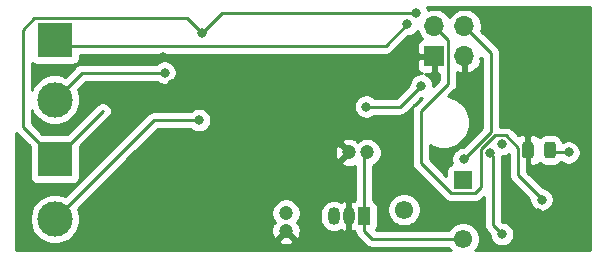
<source format=gbr>
%TF.GenerationSoftware,KiCad,Pcbnew,(5.1.6)-1*%
%TF.CreationDate,2021-01-10T15:05:26+01:00*%
%TF.ProjectId,trainCatcher,74726169-6e43-4617-9463-6865722e6b69,rev?*%
%TF.SameCoordinates,Original*%
%TF.FileFunction,Copper,L2,Bot*%
%TF.FilePolarity,Positive*%
%FSLAX46Y46*%
G04 Gerber Fmt 4.6, Leading zero omitted, Abs format (unit mm)*
G04 Created by KiCad (PCBNEW (5.1.6)-1) date 2021-01-10 15:05:26*
%MOMM*%
%LPD*%
G01*
G04 APERTURE LIST*
%TA.AperFunction,ComponentPad*%
%ADD10O,1.700000X1.700000*%
%TD*%
%TA.AperFunction,ComponentPad*%
%ADD11R,1.700000X1.700000*%
%TD*%
%TA.AperFunction,ComponentPad*%
%ADD12C,1.550000*%
%TD*%
%TA.AperFunction,ComponentPad*%
%ADD13R,1.550000X1.550000*%
%TD*%
%TA.AperFunction,ComponentPad*%
%ADD14C,1.200000*%
%TD*%
%TA.AperFunction,ComponentPad*%
%ADD15R,1.050000X1.500000*%
%TD*%
%TA.AperFunction,ComponentPad*%
%ADD16O,1.050000X1.500000*%
%TD*%
%TA.AperFunction,ComponentPad*%
%ADD17R,3.000000X3.000000*%
%TD*%
%TA.AperFunction,ComponentPad*%
%ADD18C,3.000000*%
%TD*%
%TA.AperFunction,ViaPad*%
%ADD19C,0.800000*%
%TD*%
%TA.AperFunction,Conductor*%
%ADD20C,0.250000*%
%TD*%
%TA.AperFunction,Conductor*%
%ADD21C,0.254000*%
%TD*%
G04 APERTURE END LIST*
D10*
%TO.P,J3,4*%
%TO.N,Net-(J3-Pad4)*%
X146685000Y-151320500D03*
%TO.P,J3,3*%
%TO.N,GND*%
X146685000Y-153860500D03*
%TO.P,J3,2*%
%TO.N,Net-(J3-Pad2)*%
X144145000Y-151320500D03*
D11*
%TO.P,J3,1*%
%TO.N,GND*%
X144145000Y-153860500D03*
%TD*%
D12*
%TO.P,RV1,2*%
%TO.N,Net-(RV1-Pad2)*%
X141558000Y-166838000D03*
D13*
%TO.P,RV1,1*%
%TO.N,GND*%
X146558000Y-164338000D03*
D12*
%TO.P,RV1,3*%
%TO.N,+5V*%
X146558000Y-169338000D03*
%TD*%
%TO.P,C3,2*%
%TO.N,GND*%
%TA.AperFunction,SMDPad,CuDef*%
G36*
G01*
X152536500Y-161341750D02*
X152536500Y-162254250D01*
G75*
G02*
X152292750Y-162498000I-243750J0D01*
G01*
X151805250Y-162498000D01*
G75*
G02*
X151561500Y-162254250I0J243750D01*
G01*
X151561500Y-161341750D01*
G75*
G02*
X151805250Y-161098000I243750J0D01*
G01*
X152292750Y-161098000D01*
G75*
G02*
X152536500Y-161341750I0J-243750D01*
G01*
G37*
%TD.AperFunction*%
%TO.P,C3,1*%
%TO.N,+5V*%
%TA.AperFunction,SMDPad,CuDef*%
G36*
G01*
X154411500Y-161341750D02*
X154411500Y-162254250D01*
G75*
G02*
X154167750Y-162498000I-243750J0D01*
G01*
X153680250Y-162498000D01*
G75*
G02*
X153436500Y-162254250I0J243750D01*
G01*
X153436500Y-161341750D01*
G75*
G02*
X153680250Y-161098000I243750J0D01*
G01*
X154167750Y-161098000D01*
G75*
G02*
X154411500Y-161341750I0J-243750D01*
G01*
G37*
%TD.AperFunction*%
%TD*%
D14*
%TO.P,C2,2*%
%TO.N,GND*%
X136930000Y-162000000D03*
%TO.P,C2,1*%
%TO.N,+5V*%
X138430000Y-162000000D03*
%TD*%
%TO.P,C1,2*%
%TO.N,GND*%
X131572000Y-168632000D03*
%TO.P,C1,1*%
%TO.N,Net-(C1-Pad1)*%
X131572000Y-167132000D03*
%TD*%
D15*
%TO.P,U1,1*%
%TO.N,+5V*%
X138176000Y-167386000D03*
D16*
%TO.P,U1,3*%
%TO.N,Net-(C1-Pad1)*%
X135636000Y-167386000D03*
%TO.P,U1,2*%
%TO.N,GND*%
X136906000Y-167386000D03*
%TD*%
D17*
%TO.P,J1,1*%
%TO.N,Net-(D1-Pad4)*%
X112000000Y-162560000D03*
D18*
%TO.P,J1,2*%
%TO.N,Net-(D1-Pad3)*%
X112000000Y-167640000D03*
%TD*%
%TO.P,J2,2*%
%TO.N,Net-(D4-Pad1)*%
X112000000Y-157536000D03*
D17*
%TO.P,J2,1*%
%TO.N,Net-(D5-Pad1)*%
X112000000Y-152456000D03*
%TD*%
D19*
%TO.N,Net-(D1-Pad4)*%
X149860000Y-161290000D03*
X124460000Y-151892000D03*
X142621000Y-150177500D03*
%TO.N,Net-(D1-Pad3)*%
X124206000Y-159258000D03*
X138366500Y-158115000D03*
X143028500Y-156337000D03*
%TO.N,Net-(R1-Pad1)*%
X148844000Y-162052000D03*
X149860000Y-168910000D03*
%TO.N,GND*%
X139954000Y-160528000D03*
X152908000Y-167132000D03*
X148590000Y-169164000D03*
X121920000Y-156210000D03*
X121158000Y-162560000D03*
X121412000Y-168402000D03*
X152908000Y-157734000D03*
X121158000Y-153924000D03*
X147256500Y-158242000D03*
X139954000Y-163576000D03*
%TO.N,Net-(J3-Pad2)*%
X153225500Y-165989000D03*
%TO.N,+5V*%
X155500000Y-162000000D03*
%TO.N,Net-(D4-Pad1)*%
X121293501Y-155248999D03*
%TO.N,Net-(D5-Pad1)*%
X141859000Y-151130000D03*
%TO.N,Net-(J3-Pad4)*%
X146621500Y-162560000D03*
%TD*%
D20*
%TO.N,Net-(D1-Pad4)*%
X116064000Y-158496000D02*
X112000000Y-162560000D01*
X109277990Y-159837990D02*
X112000000Y-162560000D01*
X109277990Y-151593008D02*
X109277990Y-159837990D01*
X110239999Y-150630999D02*
X109277990Y-151593008D01*
X123198999Y-150630999D02*
X110239999Y-150630999D01*
X124460000Y-151892000D02*
X123198999Y-150630999D01*
X149860000Y-161290000D02*
X149712999Y-161437001D01*
X126174500Y-150177500D02*
X124460000Y-151892000D01*
X142621000Y-150177500D02*
X126174500Y-150177500D01*
%TO.N,Net-(D1-Pad3)*%
X120382000Y-159258000D02*
X112000000Y-167640000D01*
X124206000Y-159258000D02*
X120382000Y-159258000D01*
X138366500Y-158115000D02*
X141224000Y-158115000D01*
X141224000Y-158115000D02*
X143002000Y-156337000D01*
X143002000Y-156337000D02*
X143028500Y-156337000D01*
%TO.N,Net-(R1-Pad1)*%
X149098000Y-162306000D02*
X148844000Y-162052000D01*
X149860000Y-168910000D02*
X149098000Y-168148000D01*
X149098000Y-168148000D02*
X149098000Y-162306000D01*
%TO.N,Net-(J3-Pad2)*%
X151236490Y-161593488D02*
X151236490Y-163936490D01*
X142981999Y-158524499D02*
X142981999Y-162897001D01*
X145522999Y-165438001D02*
X147593001Y-165438001D01*
X144145000Y-151320500D02*
X145320001Y-152495501D01*
X145320001Y-152495501D02*
X145320001Y-156186497D01*
X142981999Y-162897001D02*
X145522999Y-165438001D01*
X147593001Y-165438001D02*
X148118999Y-164912003D01*
X148118999Y-164912003D02*
X148118999Y-161703999D01*
X145320001Y-156186497D02*
X142981999Y-158524499D01*
X149257999Y-160564999D02*
X150208001Y-160564999D01*
X148118999Y-161703999D02*
X149257999Y-160564999D01*
X150208001Y-160564999D02*
X151236490Y-161593488D01*
X151236490Y-163936490D02*
X153225500Y-165925500D01*
X153225500Y-165925500D02*
X153225500Y-165989000D01*
%TO.N,+5V*%
X154126000Y-162000000D02*
X153924000Y-161798000D01*
X155500000Y-162000000D02*
X154126000Y-162000000D01*
X146558000Y-169338000D02*
X138858000Y-169338000D01*
X138176000Y-168656000D02*
X138176000Y-167386000D01*
X138858000Y-169338000D02*
X138176000Y-168656000D01*
X138176000Y-162254000D02*
X138430000Y-162000000D01*
X138176000Y-167386000D02*
X138176000Y-162254000D01*
%TO.N,Net-(D4-Pad1)*%
X114287001Y-155248999D02*
X112000000Y-157536000D01*
X121293501Y-155248999D02*
X114287001Y-155248999D01*
%TO.N,Net-(D5-Pad1)*%
X141859000Y-151130000D02*
X140017500Y-152971500D01*
X112515500Y-152971500D02*
X112000000Y-152456000D01*
X140017500Y-152971500D02*
X112515500Y-152971500D01*
%TO.N,Net-(J3-Pad4)*%
X146621500Y-162560000D02*
X148907500Y-160274000D01*
X148907500Y-153543000D02*
X146685000Y-151320500D01*
X148907500Y-160274000D02*
X148907500Y-153543000D01*
%TD*%
D21*
%TO.N,GND*%
G36*
X157290001Y-170290000D02*
G01*
X147600040Y-170290000D01*
X147653218Y-170236822D01*
X147807525Y-170005885D01*
X147913814Y-169749282D01*
X147968000Y-169476873D01*
X147968000Y-169199127D01*
X147913814Y-168926718D01*
X147807525Y-168670115D01*
X147653218Y-168439178D01*
X147456822Y-168242782D01*
X147225885Y-168088475D01*
X146969282Y-167982186D01*
X146696873Y-167928000D01*
X146419127Y-167928000D01*
X146146718Y-167982186D01*
X145890115Y-168088475D01*
X145659178Y-168242782D01*
X145462782Y-168439178D01*
X145370024Y-168578000D01*
X139172802Y-168578000D01*
X139165618Y-168570817D01*
X139231537Y-168490494D01*
X139290502Y-168380180D01*
X139326812Y-168260482D01*
X139339072Y-168136000D01*
X139339072Y-166699127D01*
X140148000Y-166699127D01*
X140148000Y-166976873D01*
X140202186Y-167249282D01*
X140308475Y-167505885D01*
X140462782Y-167736822D01*
X140659178Y-167933218D01*
X140890115Y-168087525D01*
X141146718Y-168193814D01*
X141419127Y-168248000D01*
X141696873Y-168248000D01*
X141969282Y-168193814D01*
X142225885Y-168087525D01*
X142456822Y-167933218D01*
X142653218Y-167736822D01*
X142807525Y-167505885D01*
X142913814Y-167249282D01*
X142968000Y-166976873D01*
X142968000Y-166699127D01*
X142913814Y-166426718D01*
X142807525Y-166170115D01*
X142653218Y-165939178D01*
X142456822Y-165742782D01*
X142225885Y-165588475D01*
X141969282Y-165482186D01*
X141696873Y-165428000D01*
X141419127Y-165428000D01*
X141146718Y-165482186D01*
X140890115Y-165588475D01*
X140659178Y-165742782D01*
X140462782Y-165939178D01*
X140308475Y-166170115D01*
X140202186Y-166426718D01*
X140148000Y-166699127D01*
X139339072Y-166699127D01*
X139339072Y-166636000D01*
X139326812Y-166511518D01*
X139290502Y-166391820D01*
X139231537Y-166281506D01*
X139152185Y-166184815D01*
X139055494Y-166105463D01*
X138945180Y-166046498D01*
X138936000Y-166043713D01*
X138936000Y-163127163D01*
X139014992Y-163094443D01*
X139217267Y-162959287D01*
X139389287Y-162787267D01*
X139524443Y-162584992D01*
X139617540Y-162360236D01*
X139665000Y-162121637D01*
X139665000Y-161878363D01*
X139617540Y-161639764D01*
X139524443Y-161415008D01*
X139389287Y-161212733D01*
X139217267Y-161040713D01*
X139014992Y-160905557D01*
X138790236Y-160812460D01*
X138551637Y-160765000D01*
X138308363Y-160765000D01*
X138069764Y-160812460D01*
X137845008Y-160905557D01*
X137642733Y-161040713D01*
X137588467Y-161094979D01*
X137552852Y-160926652D01*
X137331484Y-160825763D01*
X137094687Y-160770000D01*
X136851562Y-160761505D01*
X136611451Y-160800605D01*
X136383582Y-160885798D01*
X136307148Y-160926652D01*
X136259841Y-161150236D01*
X136930000Y-161820395D01*
X136944143Y-161806253D01*
X137123748Y-161985858D01*
X137109605Y-162000000D01*
X137123748Y-162014143D01*
X136944143Y-162193748D01*
X136930000Y-162179605D01*
X136259841Y-162849764D01*
X136307148Y-163073348D01*
X136528516Y-163174237D01*
X136765313Y-163230000D01*
X137008438Y-163238495D01*
X137248549Y-163199395D01*
X137416001Y-163136790D01*
X137416000Y-166043713D01*
X137406820Y-166046498D01*
X137341943Y-166081176D01*
X137273337Y-166050728D01*
X137211810Y-166042036D01*
X137033000Y-166167837D01*
X137033000Y-166485765D01*
X137025188Y-166511518D01*
X137012928Y-166636000D01*
X137012928Y-168136000D01*
X137025188Y-168260482D01*
X137033000Y-168286235D01*
X137033000Y-168604163D01*
X137211810Y-168729964D01*
X137273337Y-168721272D01*
X137341943Y-168690824D01*
X137406820Y-168725502D01*
X137419549Y-168729363D01*
X137426997Y-168804985D01*
X137459361Y-168911677D01*
X137470454Y-168948246D01*
X137541026Y-169080276D01*
X137580871Y-169128826D01*
X137635999Y-169196001D01*
X137665002Y-169219803D01*
X138294201Y-169849002D01*
X138317999Y-169878001D01*
X138433724Y-169972974D01*
X138565753Y-170043546D01*
X138709014Y-170087003D01*
X138820667Y-170098000D01*
X138820675Y-170098000D01*
X138858000Y-170101676D01*
X138895325Y-170098000D01*
X145370024Y-170098000D01*
X145462782Y-170236822D01*
X145515960Y-170290000D01*
X108710000Y-170290000D01*
X108710000Y-167429721D01*
X109865000Y-167429721D01*
X109865000Y-167850279D01*
X109947047Y-168262756D01*
X110107988Y-168651302D01*
X110341637Y-169000983D01*
X110639017Y-169298363D01*
X110988698Y-169532012D01*
X111377244Y-169692953D01*
X111789721Y-169775000D01*
X112210279Y-169775000D01*
X112622756Y-169692953D01*
X113011302Y-169532012D01*
X113086503Y-169481764D01*
X130901841Y-169481764D01*
X130949148Y-169705348D01*
X131170516Y-169806237D01*
X131407313Y-169862000D01*
X131650438Y-169870495D01*
X131890549Y-169831395D01*
X132118418Y-169746202D01*
X132194852Y-169705348D01*
X132242159Y-169481764D01*
X131572000Y-168811605D01*
X130901841Y-169481764D01*
X113086503Y-169481764D01*
X113360983Y-169298363D01*
X113658363Y-169000983D01*
X113852498Y-168710438D01*
X130333505Y-168710438D01*
X130372605Y-168950549D01*
X130457798Y-169178418D01*
X130498652Y-169254852D01*
X130722236Y-169302159D01*
X131392395Y-168632000D01*
X131378253Y-168617858D01*
X131557858Y-168438253D01*
X131572000Y-168452395D01*
X131586143Y-168438253D01*
X131765748Y-168617858D01*
X131751605Y-168632000D01*
X132421764Y-169302159D01*
X132645348Y-169254852D01*
X132746237Y-169033484D01*
X132802000Y-168796687D01*
X132810495Y-168553562D01*
X132771395Y-168313451D01*
X132686202Y-168085582D01*
X132645348Y-168009148D01*
X132477021Y-167973533D01*
X132531287Y-167919267D01*
X132666443Y-167716992D01*
X132759540Y-167492236D01*
X132807000Y-167253637D01*
X132807000Y-167104021D01*
X134476000Y-167104021D01*
X134476000Y-167667978D01*
X134492785Y-167838399D01*
X134559115Y-168057059D01*
X134666829Y-168258578D01*
X134811788Y-168435212D01*
X134988421Y-168580171D01*
X135189940Y-168687885D01*
X135408600Y-168754215D01*
X135636000Y-168776612D01*
X135863399Y-168754215D01*
X136082059Y-168687885D01*
X136270669Y-168587071D01*
X136329118Y-168628275D01*
X136538663Y-168721272D01*
X136600190Y-168729964D01*
X136779000Y-168604163D01*
X136779000Y-167839109D01*
X136779215Y-167838400D01*
X136796000Y-167667979D01*
X136796000Y-167104022D01*
X136779215Y-166933601D01*
X136779000Y-166932892D01*
X136779000Y-166167837D01*
X136600190Y-166042036D01*
X136538663Y-166050728D01*
X136329118Y-166143725D01*
X136270669Y-166184929D01*
X136082060Y-166084115D01*
X135863400Y-166017785D01*
X135636000Y-165995388D01*
X135408601Y-166017785D01*
X135189941Y-166084115D01*
X134988422Y-166191829D01*
X134811789Y-166336788D01*
X134666830Y-166513421D01*
X134559115Y-166714940D01*
X134492785Y-166933600D01*
X134476000Y-167104021D01*
X132807000Y-167104021D01*
X132807000Y-167010363D01*
X132759540Y-166771764D01*
X132666443Y-166547008D01*
X132531287Y-166344733D01*
X132359267Y-166172713D01*
X132156992Y-166037557D01*
X131932236Y-165944460D01*
X131693637Y-165897000D01*
X131450363Y-165897000D01*
X131211764Y-165944460D01*
X130987008Y-166037557D01*
X130784733Y-166172713D01*
X130612713Y-166344733D01*
X130477557Y-166547008D01*
X130384460Y-166771764D01*
X130337000Y-167010363D01*
X130337000Y-167253637D01*
X130384460Y-167492236D01*
X130477557Y-167716992D01*
X130612713Y-167919267D01*
X130666979Y-167973533D01*
X130498652Y-168009148D01*
X130397763Y-168230516D01*
X130342000Y-168467313D01*
X130333505Y-168710438D01*
X113852498Y-168710438D01*
X113892012Y-168651302D01*
X114052953Y-168262756D01*
X114135000Y-167850279D01*
X114135000Y-167429721D01*
X114052953Y-167017244D01*
X113948860Y-166765941D01*
X118636363Y-162078438D01*
X135691505Y-162078438D01*
X135730605Y-162318549D01*
X135815798Y-162546418D01*
X135856652Y-162622852D01*
X136080236Y-162670159D01*
X136750395Y-162000000D01*
X136080236Y-161329841D01*
X135856652Y-161377148D01*
X135755763Y-161598516D01*
X135700000Y-161835313D01*
X135691505Y-162078438D01*
X118636363Y-162078438D01*
X120696802Y-160018000D01*
X123502289Y-160018000D01*
X123546226Y-160061937D01*
X123715744Y-160175205D01*
X123904102Y-160253226D01*
X124104061Y-160293000D01*
X124307939Y-160293000D01*
X124507898Y-160253226D01*
X124696256Y-160175205D01*
X124865774Y-160061937D01*
X125009937Y-159917774D01*
X125123205Y-159748256D01*
X125201226Y-159559898D01*
X125241000Y-159359939D01*
X125241000Y-159156061D01*
X125201226Y-158956102D01*
X125123205Y-158767744D01*
X125009937Y-158598226D01*
X124865774Y-158454063D01*
X124696256Y-158340795D01*
X124507898Y-158262774D01*
X124307939Y-158223000D01*
X124104061Y-158223000D01*
X123904102Y-158262774D01*
X123715744Y-158340795D01*
X123546226Y-158454063D01*
X123502289Y-158498000D01*
X120419322Y-158498000D01*
X120381999Y-158494324D01*
X120344676Y-158498000D01*
X120344667Y-158498000D01*
X120233014Y-158508997D01*
X120133196Y-158539276D01*
X120089753Y-158552454D01*
X119957723Y-158623026D01*
X119889764Y-158678799D01*
X119841999Y-158717999D01*
X119818201Y-158746997D01*
X112874059Y-165691140D01*
X112622756Y-165587047D01*
X112210279Y-165505000D01*
X111789721Y-165505000D01*
X111377244Y-165587047D01*
X110988698Y-165747988D01*
X110639017Y-165981637D01*
X110341637Y-166279017D01*
X110107988Y-166628698D01*
X109947047Y-167017244D01*
X109865000Y-167429721D01*
X108710000Y-167429721D01*
X108710000Y-160343885D01*
X108737990Y-160377991D01*
X108766988Y-160401789D01*
X109861928Y-161496730D01*
X109861928Y-164060000D01*
X109874188Y-164184482D01*
X109910498Y-164304180D01*
X109969463Y-164414494D01*
X110048815Y-164511185D01*
X110145506Y-164590537D01*
X110255820Y-164649502D01*
X110375518Y-164685812D01*
X110500000Y-164698072D01*
X113500000Y-164698072D01*
X113624482Y-164685812D01*
X113744180Y-164649502D01*
X113854494Y-164590537D01*
X113951185Y-164511185D01*
X114030537Y-164414494D01*
X114089502Y-164304180D01*
X114125812Y-164184482D01*
X114138072Y-164060000D01*
X114138072Y-161496729D01*
X116627799Y-159007003D01*
X116698974Y-158920277D01*
X116769546Y-158788247D01*
X116813002Y-158644986D01*
X116827676Y-158496000D01*
X116813002Y-158347014D01*
X116769546Y-158203754D01*
X116698974Y-158071724D01*
X116604001Y-157955999D01*
X116488276Y-157861026D01*
X116356246Y-157790454D01*
X116212986Y-157746998D01*
X116064000Y-157732324D01*
X115915014Y-157746998D01*
X115771753Y-157790454D01*
X115639723Y-157861026D01*
X115552997Y-157932201D01*
X113063271Y-160421928D01*
X110936730Y-160421928D01*
X110037990Y-159523189D01*
X110037990Y-158378312D01*
X110107988Y-158547302D01*
X110341637Y-158896983D01*
X110639017Y-159194363D01*
X110988698Y-159428012D01*
X111377244Y-159588953D01*
X111789721Y-159671000D01*
X112210279Y-159671000D01*
X112622756Y-159588953D01*
X113011302Y-159428012D01*
X113360983Y-159194363D01*
X113658363Y-158896983D01*
X113892012Y-158547302D01*
X114052953Y-158158756D01*
X114135000Y-157746279D01*
X114135000Y-157325721D01*
X114052953Y-156913244D01*
X113948860Y-156661942D01*
X114601803Y-156008999D01*
X120589790Y-156008999D01*
X120633727Y-156052936D01*
X120803245Y-156166204D01*
X120991603Y-156244225D01*
X121191562Y-156283999D01*
X121395440Y-156283999D01*
X121595399Y-156244225D01*
X121783757Y-156166204D01*
X121953275Y-156052936D01*
X122097438Y-155908773D01*
X122210706Y-155739255D01*
X122288727Y-155550897D01*
X122328501Y-155350938D01*
X122328501Y-155147060D01*
X122288727Y-154947101D01*
X122210706Y-154758743D01*
X122097438Y-154589225D01*
X121953275Y-154445062D01*
X121783757Y-154331794D01*
X121595399Y-154253773D01*
X121395440Y-154213999D01*
X121191562Y-154213999D01*
X120991603Y-154253773D01*
X120803245Y-154331794D01*
X120633727Y-154445062D01*
X120589790Y-154488999D01*
X114324324Y-154488999D01*
X114287001Y-154485323D01*
X114249678Y-154488999D01*
X114249668Y-154488999D01*
X114138015Y-154499996D01*
X113994754Y-154543453D01*
X113862725Y-154614025D01*
X113747000Y-154708998D01*
X113723202Y-154737996D01*
X112874058Y-155587140D01*
X112622756Y-155483047D01*
X112210279Y-155401000D01*
X111789721Y-155401000D01*
X111377244Y-155483047D01*
X110988698Y-155643988D01*
X110639017Y-155877637D01*
X110341637Y-156175017D01*
X110107988Y-156524698D01*
X110037990Y-156693688D01*
X110037990Y-154393995D01*
X110048815Y-154407185D01*
X110145506Y-154486537D01*
X110255820Y-154545502D01*
X110375518Y-154581812D01*
X110500000Y-154594072D01*
X113500000Y-154594072D01*
X113624482Y-154581812D01*
X113744180Y-154545502D01*
X113854494Y-154486537D01*
X113951185Y-154407185D01*
X114030537Y-154310494D01*
X114089502Y-154200180D01*
X114125812Y-154080482D01*
X114138072Y-153956000D01*
X114138072Y-153731500D01*
X139980178Y-153731500D01*
X140017500Y-153735176D01*
X140054822Y-153731500D01*
X140054833Y-153731500D01*
X140166486Y-153720503D01*
X140309747Y-153677046D01*
X140441776Y-153606474D01*
X140557501Y-153511501D01*
X140581304Y-153482497D01*
X141898802Y-152165000D01*
X141960939Y-152165000D01*
X142160898Y-152125226D01*
X142349256Y-152047205D01*
X142518774Y-151933937D01*
X142662937Y-151789774D01*
X142710186Y-151719061D01*
X142717068Y-151753658D01*
X142829010Y-152023911D01*
X142991525Y-152267132D01*
X143123380Y-152398987D01*
X143050820Y-152420998D01*
X142940506Y-152479963D01*
X142843815Y-152559315D01*
X142764463Y-152656006D01*
X142705498Y-152766320D01*
X142669188Y-152886018D01*
X142656928Y-153010500D01*
X142660000Y-153574750D01*
X142818750Y-153733500D01*
X144018000Y-153733500D01*
X144018000Y-153713500D01*
X144272000Y-153713500D01*
X144272000Y-153733500D01*
X144292000Y-153733500D01*
X144292000Y-153987500D01*
X144272000Y-153987500D01*
X144272000Y-155186750D01*
X144430750Y-155345500D01*
X144560002Y-155346204D01*
X144560002Y-155871694D01*
X144063500Y-156368196D01*
X144063500Y-156235061D01*
X144023726Y-156035102D01*
X143945705Y-155846744D01*
X143832437Y-155677226D01*
X143688274Y-155533063D01*
X143518756Y-155419795D01*
X143346138Y-155348294D01*
X143859250Y-155345500D01*
X144018000Y-155186750D01*
X144018000Y-153987500D01*
X142818750Y-153987500D01*
X142660000Y-154146250D01*
X142656928Y-154710500D01*
X142669188Y-154834982D01*
X142705498Y-154954680D01*
X142764463Y-155064994D01*
X142843815Y-155161685D01*
X142940506Y-155241037D01*
X143050820Y-155300002D01*
X143057407Y-155302000D01*
X142926561Y-155302000D01*
X142726602Y-155341774D01*
X142538244Y-155419795D01*
X142368726Y-155533063D01*
X142224563Y-155677226D01*
X142111295Y-155846744D01*
X142033274Y-156035102D01*
X141993500Y-156235061D01*
X141993500Y-156270698D01*
X140909199Y-157355000D01*
X139070211Y-157355000D01*
X139026274Y-157311063D01*
X138856756Y-157197795D01*
X138668398Y-157119774D01*
X138468439Y-157080000D01*
X138264561Y-157080000D01*
X138064602Y-157119774D01*
X137876244Y-157197795D01*
X137706726Y-157311063D01*
X137562563Y-157455226D01*
X137449295Y-157624744D01*
X137371274Y-157813102D01*
X137331500Y-158013061D01*
X137331500Y-158216939D01*
X137371274Y-158416898D01*
X137449295Y-158605256D01*
X137562563Y-158774774D01*
X137706726Y-158918937D01*
X137876244Y-159032205D01*
X138064602Y-159110226D01*
X138264561Y-159150000D01*
X138468439Y-159150000D01*
X138668398Y-159110226D01*
X138856756Y-159032205D01*
X139026274Y-158918937D01*
X139070211Y-158875000D01*
X141186678Y-158875000D01*
X141224000Y-158878676D01*
X141261322Y-158875000D01*
X141261333Y-158875000D01*
X141372986Y-158864003D01*
X141516247Y-158820546D01*
X141648276Y-158749974D01*
X141764001Y-158655001D01*
X141787804Y-158625997D01*
X143041802Y-157372000D01*
X143059697Y-157372000D01*
X142471002Y-157960695D01*
X142441998Y-157984498D01*
X142409768Y-158023771D01*
X142347025Y-158100223D01*
X142309208Y-158170974D01*
X142276453Y-158232253D01*
X142232996Y-158375514D01*
X142221999Y-158487167D01*
X142221999Y-158487177D01*
X142218323Y-158524499D01*
X142221999Y-158561822D01*
X142222000Y-162859669D01*
X142218323Y-162897001D01*
X142232997Y-163045986D01*
X142276453Y-163189247D01*
X142347025Y-163321277D01*
X142382036Y-163363937D01*
X142441999Y-163437002D01*
X142470997Y-163460800D01*
X144959200Y-165949004D01*
X144982998Y-165978002D01*
X145098723Y-166072975D01*
X145230752Y-166143547D01*
X145374013Y-166187004D01*
X145485666Y-166198001D01*
X145485674Y-166198001D01*
X145522999Y-166201677D01*
X145560324Y-166198001D01*
X147555679Y-166198001D01*
X147593001Y-166201677D01*
X147630323Y-166198001D01*
X147630334Y-166198001D01*
X147741987Y-166187004D01*
X147885248Y-166143547D01*
X148017277Y-166072975D01*
X148133002Y-165978002D01*
X148156804Y-165948999D01*
X148338000Y-165767803D01*
X148338000Y-168110677D01*
X148334324Y-168148000D01*
X148338000Y-168185322D01*
X148338000Y-168185332D01*
X148348997Y-168296985D01*
X148381361Y-168403676D01*
X148392454Y-168440246D01*
X148463026Y-168572276D01*
X148492428Y-168608102D01*
X148557999Y-168688001D01*
X148587002Y-168711803D01*
X148825000Y-168949801D01*
X148825000Y-169011939D01*
X148864774Y-169211898D01*
X148942795Y-169400256D01*
X149056063Y-169569774D01*
X149200226Y-169713937D01*
X149369744Y-169827205D01*
X149558102Y-169905226D01*
X149758061Y-169945000D01*
X149961939Y-169945000D01*
X150161898Y-169905226D01*
X150350256Y-169827205D01*
X150519774Y-169713937D01*
X150663937Y-169569774D01*
X150777205Y-169400256D01*
X150855226Y-169211898D01*
X150895000Y-169011939D01*
X150895000Y-168808061D01*
X150855226Y-168608102D01*
X150777205Y-168419744D01*
X150663937Y-168250226D01*
X150519774Y-168106063D01*
X150350256Y-167992795D01*
X150161898Y-167914774D01*
X149961939Y-167875000D01*
X149899801Y-167875000D01*
X149858000Y-167833199D01*
X149858000Y-162343322D01*
X149859805Y-162325000D01*
X149961939Y-162325000D01*
X150161898Y-162285226D01*
X150350256Y-162207205D01*
X150476490Y-162122858D01*
X150476491Y-163899158D01*
X150472814Y-163936490D01*
X150476491Y-163973823D01*
X150484216Y-164052250D01*
X150487488Y-164085475D01*
X150530944Y-164228736D01*
X150601516Y-164360766D01*
X150645610Y-164414494D01*
X150696490Y-164476491D01*
X150725488Y-164500289D01*
X152190500Y-165965302D01*
X152190500Y-166090939D01*
X152230274Y-166290898D01*
X152308295Y-166479256D01*
X152421563Y-166648774D01*
X152565726Y-166792937D01*
X152735244Y-166906205D01*
X152923602Y-166984226D01*
X153123561Y-167024000D01*
X153327439Y-167024000D01*
X153527398Y-166984226D01*
X153715756Y-166906205D01*
X153885274Y-166792937D01*
X154029437Y-166648774D01*
X154142705Y-166479256D01*
X154220726Y-166290898D01*
X154260500Y-166090939D01*
X154260500Y-165887061D01*
X154220726Y-165687102D01*
X154142705Y-165498744D01*
X154029437Y-165329226D01*
X153885274Y-165185063D01*
X153715756Y-165071795D01*
X153527398Y-164993774D01*
X153329140Y-164954338D01*
X151996490Y-163621689D01*
X151996490Y-161630810D01*
X152000166Y-161593487D01*
X151996490Y-161556164D01*
X151996490Y-161556155D01*
X151985493Y-161444502D01*
X151942036Y-161301241D01*
X151938408Y-161294454D01*
X151922000Y-161263757D01*
X151922000Y-160621750D01*
X152176000Y-160621750D01*
X152176000Y-161671000D01*
X152196000Y-161671000D01*
X152196000Y-161925000D01*
X152176000Y-161925000D01*
X152176000Y-162974250D01*
X152334750Y-163133000D01*
X152536500Y-163136072D01*
X152660982Y-163123812D01*
X152780680Y-163087502D01*
X152890994Y-163028537D01*
X152987685Y-162949185D01*
X153051492Y-162871436D01*
X153056708Y-162877792D01*
X153190336Y-162987458D01*
X153342791Y-163068947D01*
X153508215Y-163119128D01*
X153680250Y-163136072D01*
X154167750Y-163136072D01*
X154339785Y-163119128D01*
X154505209Y-163068947D01*
X154657664Y-162987458D01*
X154791292Y-162877792D01*
X154847768Y-162808976D01*
X155009744Y-162917205D01*
X155198102Y-162995226D01*
X155398061Y-163035000D01*
X155601939Y-163035000D01*
X155801898Y-162995226D01*
X155990256Y-162917205D01*
X156159774Y-162803937D01*
X156303937Y-162659774D01*
X156417205Y-162490256D01*
X156495226Y-162301898D01*
X156535000Y-162101939D01*
X156535000Y-161898061D01*
X156495226Y-161698102D01*
X156417205Y-161509744D01*
X156303937Y-161340226D01*
X156159774Y-161196063D01*
X155990256Y-161082795D01*
X155801898Y-161004774D01*
X155601939Y-160965000D01*
X155398061Y-160965000D01*
X155198102Y-161004774D01*
X155009744Y-161082795D01*
X155006848Y-161084730D01*
X154982447Y-161004291D01*
X154900958Y-160851836D01*
X154791292Y-160718208D01*
X154657664Y-160608542D01*
X154505209Y-160527053D01*
X154339785Y-160476872D01*
X154167750Y-160459928D01*
X153680250Y-160459928D01*
X153508215Y-160476872D01*
X153342791Y-160527053D01*
X153190336Y-160608542D01*
X153056708Y-160718208D01*
X153051492Y-160724564D01*
X152987685Y-160646815D01*
X152890994Y-160567463D01*
X152780680Y-160508498D01*
X152660982Y-160472188D01*
X152536500Y-160459928D01*
X152334750Y-160463000D01*
X152176000Y-160621750D01*
X151922000Y-160621750D01*
X151763250Y-160463000D01*
X151561500Y-160459928D01*
X151437018Y-160472188D01*
X151317320Y-160508498D01*
X151258006Y-160540202D01*
X150771805Y-160054001D01*
X150748002Y-160024998D01*
X150632277Y-159930025D01*
X150500248Y-159859453D01*
X150356987Y-159815996D01*
X150245334Y-159804999D01*
X150245323Y-159804999D01*
X150208001Y-159801323D01*
X150170679Y-159804999D01*
X149667500Y-159804999D01*
X149667500Y-153580325D01*
X149671176Y-153543000D01*
X149667500Y-153505675D01*
X149667500Y-153505667D01*
X149656503Y-153394014D01*
X149613046Y-153250753D01*
X149542474Y-153118724D01*
X149447501Y-153002999D01*
X149418503Y-152979201D01*
X148126209Y-151686908D01*
X148170000Y-151466760D01*
X148170000Y-151174240D01*
X148112932Y-150887342D01*
X148000990Y-150617089D01*
X147838475Y-150373868D01*
X147631632Y-150167025D01*
X147388411Y-150004510D01*
X147118158Y-149892568D01*
X146831260Y-149835500D01*
X146538740Y-149835500D01*
X146251842Y-149892568D01*
X145981589Y-150004510D01*
X145738368Y-150167025D01*
X145531525Y-150373868D01*
X145415000Y-150548260D01*
X145298475Y-150373868D01*
X145091632Y-150167025D01*
X144848411Y-150004510D01*
X144578158Y-149892568D01*
X144291260Y-149835500D01*
X143998740Y-149835500D01*
X143711842Y-149892568D01*
X143626622Y-149927867D01*
X143616226Y-149875602D01*
X143547631Y-149710000D01*
X157290000Y-149710000D01*
X157290001Y-170290000D01*
G37*
X157290001Y-170290000D02*
X147600040Y-170290000D01*
X147653218Y-170236822D01*
X147807525Y-170005885D01*
X147913814Y-169749282D01*
X147968000Y-169476873D01*
X147968000Y-169199127D01*
X147913814Y-168926718D01*
X147807525Y-168670115D01*
X147653218Y-168439178D01*
X147456822Y-168242782D01*
X147225885Y-168088475D01*
X146969282Y-167982186D01*
X146696873Y-167928000D01*
X146419127Y-167928000D01*
X146146718Y-167982186D01*
X145890115Y-168088475D01*
X145659178Y-168242782D01*
X145462782Y-168439178D01*
X145370024Y-168578000D01*
X139172802Y-168578000D01*
X139165618Y-168570817D01*
X139231537Y-168490494D01*
X139290502Y-168380180D01*
X139326812Y-168260482D01*
X139339072Y-168136000D01*
X139339072Y-166699127D01*
X140148000Y-166699127D01*
X140148000Y-166976873D01*
X140202186Y-167249282D01*
X140308475Y-167505885D01*
X140462782Y-167736822D01*
X140659178Y-167933218D01*
X140890115Y-168087525D01*
X141146718Y-168193814D01*
X141419127Y-168248000D01*
X141696873Y-168248000D01*
X141969282Y-168193814D01*
X142225885Y-168087525D01*
X142456822Y-167933218D01*
X142653218Y-167736822D01*
X142807525Y-167505885D01*
X142913814Y-167249282D01*
X142968000Y-166976873D01*
X142968000Y-166699127D01*
X142913814Y-166426718D01*
X142807525Y-166170115D01*
X142653218Y-165939178D01*
X142456822Y-165742782D01*
X142225885Y-165588475D01*
X141969282Y-165482186D01*
X141696873Y-165428000D01*
X141419127Y-165428000D01*
X141146718Y-165482186D01*
X140890115Y-165588475D01*
X140659178Y-165742782D01*
X140462782Y-165939178D01*
X140308475Y-166170115D01*
X140202186Y-166426718D01*
X140148000Y-166699127D01*
X139339072Y-166699127D01*
X139339072Y-166636000D01*
X139326812Y-166511518D01*
X139290502Y-166391820D01*
X139231537Y-166281506D01*
X139152185Y-166184815D01*
X139055494Y-166105463D01*
X138945180Y-166046498D01*
X138936000Y-166043713D01*
X138936000Y-163127163D01*
X139014992Y-163094443D01*
X139217267Y-162959287D01*
X139389287Y-162787267D01*
X139524443Y-162584992D01*
X139617540Y-162360236D01*
X139665000Y-162121637D01*
X139665000Y-161878363D01*
X139617540Y-161639764D01*
X139524443Y-161415008D01*
X139389287Y-161212733D01*
X139217267Y-161040713D01*
X139014992Y-160905557D01*
X138790236Y-160812460D01*
X138551637Y-160765000D01*
X138308363Y-160765000D01*
X138069764Y-160812460D01*
X137845008Y-160905557D01*
X137642733Y-161040713D01*
X137588467Y-161094979D01*
X137552852Y-160926652D01*
X137331484Y-160825763D01*
X137094687Y-160770000D01*
X136851562Y-160761505D01*
X136611451Y-160800605D01*
X136383582Y-160885798D01*
X136307148Y-160926652D01*
X136259841Y-161150236D01*
X136930000Y-161820395D01*
X136944143Y-161806253D01*
X137123748Y-161985858D01*
X137109605Y-162000000D01*
X137123748Y-162014143D01*
X136944143Y-162193748D01*
X136930000Y-162179605D01*
X136259841Y-162849764D01*
X136307148Y-163073348D01*
X136528516Y-163174237D01*
X136765313Y-163230000D01*
X137008438Y-163238495D01*
X137248549Y-163199395D01*
X137416001Y-163136790D01*
X137416000Y-166043713D01*
X137406820Y-166046498D01*
X137341943Y-166081176D01*
X137273337Y-166050728D01*
X137211810Y-166042036D01*
X137033000Y-166167837D01*
X137033000Y-166485765D01*
X137025188Y-166511518D01*
X137012928Y-166636000D01*
X137012928Y-168136000D01*
X137025188Y-168260482D01*
X137033000Y-168286235D01*
X137033000Y-168604163D01*
X137211810Y-168729964D01*
X137273337Y-168721272D01*
X137341943Y-168690824D01*
X137406820Y-168725502D01*
X137419549Y-168729363D01*
X137426997Y-168804985D01*
X137459361Y-168911677D01*
X137470454Y-168948246D01*
X137541026Y-169080276D01*
X137580871Y-169128826D01*
X137635999Y-169196001D01*
X137665002Y-169219803D01*
X138294201Y-169849002D01*
X138317999Y-169878001D01*
X138433724Y-169972974D01*
X138565753Y-170043546D01*
X138709014Y-170087003D01*
X138820667Y-170098000D01*
X138820675Y-170098000D01*
X138858000Y-170101676D01*
X138895325Y-170098000D01*
X145370024Y-170098000D01*
X145462782Y-170236822D01*
X145515960Y-170290000D01*
X108710000Y-170290000D01*
X108710000Y-167429721D01*
X109865000Y-167429721D01*
X109865000Y-167850279D01*
X109947047Y-168262756D01*
X110107988Y-168651302D01*
X110341637Y-169000983D01*
X110639017Y-169298363D01*
X110988698Y-169532012D01*
X111377244Y-169692953D01*
X111789721Y-169775000D01*
X112210279Y-169775000D01*
X112622756Y-169692953D01*
X113011302Y-169532012D01*
X113086503Y-169481764D01*
X130901841Y-169481764D01*
X130949148Y-169705348D01*
X131170516Y-169806237D01*
X131407313Y-169862000D01*
X131650438Y-169870495D01*
X131890549Y-169831395D01*
X132118418Y-169746202D01*
X132194852Y-169705348D01*
X132242159Y-169481764D01*
X131572000Y-168811605D01*
X130901841Y-169481764D01*
X113086503Y-169481764D01*
X113360983Y-169298363D01*
X113658363Y-169000983D01*
X113852498Y-168710438D01*
X130333505Y-168710438D01*
X130372605Y-168950549D01*
X130457798Y-169178418D01*
X130498652Y-169254852D01*
X130722236Y-169302159D01*
X131392395Y-168632000D01*
X131378253Y-168617858D01*
X131557858Y-168438253D01*
X131572000Y-168452395D01*
X131586143Y-168438253D01*
X131765748Y-168617858D01*
X131751605Y-168632000D01*
X132421764Y-169302159D01*
X132645348Y-169254852D01*
X132746237Y-169033484D01*
X132802000Y-168796687D01*
X132810495Y-168553562D01*
X132771395Y-168313451D01*
X132686202Y-168085582D01*
X132645348Y-168009148D01*
X132477021Y-167973533D01*
X132531287Y-167919267D01*
X132666443Y-167716992D01*
X132759540Y-167492236D01*
X132807000Y-167253637D01*
X132807000Y-167104021D01*
X134476000Y-167104021D01*
X134476000Y-167667978D01*
X134492785Y-167838399D01*
X134559115Y-168057059D01*
X134666829Y-168258578D01*
X134811788Y-168435212D01*
X134988421Y-168580171D01*
X135189940Y-168687885D01*
X135408600Y-168754215D01*
X135636000Y-168776612D01*
X135863399Y-168754215D01*
X136082059Y-168687885D01*
X136270669Y-168587071D01*
X136329118Y-168628275D01*
X136538663Y-168721272D01*
X136600190Y-168729964D01*
X136779000Y-168604163D01*
X136779000Y-167839109D01*
X136779215Y-167838400D01*
X136796000Y-167667979D01*
X136796000Y-167104022D01*
X136779215Y-166933601D01*
X136779000Y-166932892D01*
X136779000Y-166167837D01*
X136600190Y-166042036D01*
X136538663Y-166050728D01*
X136329118Y-166143725D01*
X136270669Y-166184929D01*
X136082060Y-166084115D01*
X135863400Y-166017785D01*
X135636000Y-165995388D01*
X135408601Y-166017785D01*
X135189941Y-166084115D01*
X134988422Y-166191829D01*
X134811789Y-166336788D01*
X134666830Y-166513421D01*
X134559115Y-166714940D01*
X134492785Y-166933600D01*
X134476000Y-167104021D01*
X132807000Y-167104021D01*
X132807000Y-167010363D01*
X132759540Y-166771764D01*
X132666443Y-166547008D01*
X132531287Y-166344733D01*
X132359267Y-166172713D01*
X132156992Y-166037557D01*
X131932236Y-165944460D01*
X131693637Y-165897000D01*
X131450363Y-165897000D01*
X131211764Y-165944460D01*
X130987008Y-166037557D01*
X130784733Y-166172713D01*
X130612713Y-166344733D01*
X130477557Y-166547008D01*
X130384460Y-166771764D01*
X130337000Y-167010363D01*
X130337000Y-167253637D01*
X130384460Y-167492236D01*
X130477557Y-167716992D01*
X130612713Y-167919267D01*
X130666979Y-167973533D01*
X130498652Y-168009148D01*
X130397763Y-168230516D01*
X130342000Y-168467313D01*
X130333505Y-168710438D01*
X113852498Y-168710438D01*
X113892012Y-168651302D01*
X114052953Y-168262756D01*
X114135000Y-167850279D01*
X114135000Y-167429721D01*
X114052953Y-167017244D01*
X113948860Y-166765941D01*
X118636363Y-162078438D01*
X135691505Y-162078438D01*
X135730605Y-162318549D01*
X135815798Y-162546418D01*
X135856652Y-162622852D01*
X136080236Y-162670159D01*
X136750395Y-162000000D01*
X136080236Y-161329841D01*
X135856652Y-161377148D01*
X135755763Y-161598516D01*
X135700000Y-161835313D01*
X135691505Y-162078438D01*
X118636363Y-162078438D01*
X120696802Y-160018000D01*
X123502289Y-160018000D01*
X123546226Y-160061937D01*
X123715744Y-160175205D01*
X123904102Y-160253226D01*
X124104061Y-160293000D01*
X124307939Y-160293000D01*
X124507898Y-160253226D01*
X124696256Y-160175205D01*
X124865774Y-160061937D01*
X125009937Y-159917774D01*
X125123205Y-159748256D01*
X125201226Y-159559898D01*
X125241000Y-159359939D01*
X125241000Y-159156061D01*
X125201226Y-158956102D01*
X125123205Y-158767744D01*
X125009937Y-158598226D01*
X124865774Y-158454063D01*
X124696256Y-158340795D01*
X124507898Y-158262774D01*
X124307939Y-158223000D01*
X124104061Y-158223000D01*
X123904102Y-158262774D01*
X123715744Y-158340795D01*
X123546226Y-158454063D01*
X123502289Y-158498000D01*
X120419322Y-158498000D01*
X120381999Y-158494324D01*
X120344676Y-158498000D01*
X120344667Y-158498000D01*
X120233014Y-158508997D01*
X120133196Y-158539276D01*
X120089753Y-158552454D01*
X119957723Y-158623026D01*
X119889764Y-158678799D01*
X119841999Y-158717999D01*
X119818201Y-158746997D01*
X112874059Y-165691140D01*
X112622756Y-165587047D01*
X112210279Y-165505000D01*
X111789721Y-165505000D01*
X111377244Y-165587047D01*
X110988698Y-165747988D01*
X110639017Y-165981637D01*
X110341637Y-166279017D01*
X110107988Y-166628698D01*
X109947047Y-167017244D01*
X109865000Y-167429721D01*
X108710000Y-167429721D01*
X108710000Y-160343885D01*
X108737990Y-160377991D01*
X108766988Y-160401789D01*
X109861928Y-161496730D01*
X109861928Y-164060000D01*
X109874188Y-164184482D01*
X109910498Y-164304180D01*
X109969463Y-164414494D01*
X110048815Y-164511185D01*
X110145506Y-164590537D01*
X110255820Y-164649502D01*
X110375518Y-164685812D01*
X110500000Y-164698072D01*
X113500000Y-164698072D01*
X113624482Y-164685812D01*
X113744180Y-164649502D01*
X113854494Y-164590537D01*
X113951185Y-164511185D01*
X114030537Y-164414494D01*
X114089502Y-164304180D01*
X114125812Y-164184482D01*
X114138072Y-164060000D01*
X114138072Y-161496729D01*
X116627799Y-159007003D01*
X116698974Y-158920277D01*
X116769546Y-158788247D01*
X116813002Y-158644986D01*
X116827676Y-158496000D01*
X116813002Y-158347014D01*
X116769546Y-158203754D01*
X116698974Y-158071724D01*
X116604001Y-157955999D01*
X116488276Y-157861026D01*
X116356246Y-157790454D01*
X116212986Y-157746998D01*
X116064000Y-157732324D01*
X115915014Y-157746998D01*
X115771753Y-157790454D01*
X115639723Y-157861026D01*
X115552997Y-157932201D01*
X113063271Y-160421928D01*
X110936730Y-160421928D01*
X110037990Y-159523189D01*
X110037990Y-158378312D01*
X110107988Y-158547302D01*
X110341637Y-158896983D01*
X110639017Y-159194363D01*
X110988698Y-159428012D01*
X111377244Y-159588953D01*
X111789721Y-159671000D01*
X112210279Y-159671000D01*
X112622756Y-159588953D01*
X113011302Y-159428012D01*
X113360983Y-159194363D01*
X113658363Y-158896983D01*
X113892012Y-158547302D01*
X114052953Y-158158756D01*
X114135000Y-157746279D01*
X114135000Y-157325721D01*
X114052953Y-156913244D01*
X113948860Y-156661942D01*
X114601803Y-156008999D01*
X120589790Y-156008999D01*
X120633727Y-156052936D01*
X120803245Y-156166204D01*
X120991603Y-156244225D01*
X121191562Y-156283999D01*
X121395440Y-156283999D01*
X121595399Y-156244225D01*
X121783757Y-156166204D01*
X121953275Y-156052936D01*
X122097438Y-155908773D01*
X122210706Y-155739255D01*
X122288727Y-155550897D01*
X122328501Y-155350938D01*
X122328501Y-155147060D01*
X122288727Y-154947101D01*
X122210706Y-154758743D01*
X122097438Y-154589225D01*
X121953275Y-154445062D01*
X121783757Y-154331794D01*
X121595399Y-154253773D01*
X121395440Y-154213999D01*
X121191562Y-154213999D01*
X120991603Y-154253773D01*
X120803245Y-154331794D01*
X120633727Y-154445062D01*
X120589790Y-154488999D01*
X114324324Y-154488999D01*
X114287001Y-154485323D01*
X114249678Y-154488999D01*
X114249668Y-154488999D01*
X114138015Y-154499996D01*
X113994754Y-154543453D01*
X113862725Y-154614025D01*
X113747000Y-154708998D01*
X113723202Y-154737996D01*
X112874058Y-155587140D01*
X112622756Y-155483047D01*
X112210279Y-155401000D01*
X111789721Y-155401000D01*
X111377244Y-155483047D01*
X110988698Y-155643988D01*
X110639017Y-155877637D01*
X110341637Y-156175017D01*
X110107988Y-156524698D01*
X110037990Y-156693688D01*
X110037990Y-154393995D01*
X110048815Y-154407185D01*
X110145506Y-154486537D01*
X110255820Y-154545502D01*
X110375518Y-154581812D01*
X110500000Y-154594072D01*
X113500000Y-154594072D01*
X113624482Y-154581812D01*
X113744180Y-154545502D01*
X113854494Y-154486537D01*
X113951185Y-154407185D01*
X114030537Y-154310494D01*
X114089502Y-154200180D01*
X114125812Y-154080482D01*
X114138072Y-153956000D01*
X114138072Y-153731500D01*
X139980178Y-153731500D01*
X140017500Y-153735176D01*
X140054822Y-153731500D01*
X140054833Y-153731500D01*
X140166486Y-153720503D01*
X140309747Y-153677046D01*
X140441776Y-153606474D01*
X140557501Y-153511501D01*
X140581304Y-153482497D01*
X141898802Y-152165000D01*
X141960939Y-152165000D01*
X142160898Y-152125226D01*
X142349256Y-152047205D01*
X142518774Y-151933937D01*
X142662937Y-151789774D01*
X142710186Y-151719061D01*
X142717068Y-151753658D01*
X142829010Y-152023911D01*
X142991525Y-152267132D01*
X143123380Y-152398987D01*
X143050820Y-152420998D01*
X142940506Y-152479963D01*
X142843815Y-152559315D01*
X142764463Y-152656006D01*
X142705498Y-152766320D01*
X142669188Y-152886018D01*
X142656928Y-153010500D01*
X142660000Y-153574750D01*
X142818750Y-153733500D01*
X144018000Y-153733500D01*
X144018000Y-153713500D01*
X144272000Y-153713500D01*
X144272000Y-153733500D01*
X144292000Y-153733500D01*
X144292000Y-153987500D01*
X144272000Y-153987500D01*
X144272000Y-155186750D01*
X144430750Y-155345500D01*
X144560002Y-155346204D01*
X144560002Y-155871694D01*
X144063500Y-156368196D01*
X144063500Y-156235061D01*
X144023726Y-156035102D01*
X143945705Y-155846744D01*
X143832437Y-155677226D01*
X143688274Y-155533063D01*
X143518756Y-155419795D01*
X143346138Y-155348294D01*
X143859250Y-155345500D01*
X144018000Y-155186750D01*
X144018000Y-153987500D01*
X142818750Y-153987500D01*
X142660000Y-154146250D01*
X142656928Y-154710500D01*
X142669188Y-154834982D01*
X142705498Y-154954680D01*
X142764463Y-155064994D01*
X142843815Y-155161685D01*
X142940506Y-155241037D01*
X143050820Y-155300002D01*
X143057407Y-155302000D01*
X142926561Y-155302000D01*
X142726602Y-155341774D01*
X142538244Y-155419795D01*
X142368726Y-155533063D01*
X142224563Y-155677226D01*
X142111295Y-155846744D01*
X142033274Y-156035102D01*
X141993500Y-156235061D01*
X141993500Y-156270698D01*
X140909199Y-157355000D01*
X139070211Y-157355000D01*
X139026274Y-157311063D01*
X138856756Y-157197795D01*
X138668398Y-157119774D01*
X138468439Y-157080000D01*
X138264561Y-157080000D01*
X138064602Y-157119774D01*
X137876244Y-157197795D01*
X137706726Y-157311063D01*
X137562563Y-157455226D01*
X137449295Y-157624744D01*
X137371274Y-157813102D01*
X137331500Y-158013061D01*
X137331500Y-158216939D01*
X137371274Y-158416898D01*
X137449295Y-158605256D01*
X137562563Y-158774774D01*
X137706726Y-158918937D01*
X137876244Y-159032205D01*
X138064602Y-159110226D01*
X138264561Y-159150000D01*
X138468439Y-159150000D01*
X138668398Y-159110226D01*
X138856756Y-159032205D01*
X139026274Y-158918937D01*
X139070211Y-158875000D01*
X141186678Y-158875000D01*
X141224000Y-158878676D01*
X141261322Y-158875000D01*
X141261333Y-158875000D01*
X141372986Y-158864003D01*
X141516247Y-158820546D01*
X141648276Y-158749974D01*
X141764001Y-158655001D01*
X141787804Y-158625997D01*
X143041802Y-157372000D01*
X143059697Y-157372000D01*
X142471002Y-157960695D01*
X142441998Y-157984498D01*
X142409768Y-158023771D01*
X142347025Y-158100223D01*
X142309208Y-158170974D01*
X142276453Y-158232253D01*
X142232996Y-158375514D01*
X142221999Y-158487167D01*
X142221999Y-158487177D01*
X142218323Y-158524499D01*
X142221999Y-158561822D01*
X142222000Y-162859669D01*
X142218323Y-162897001D01*
X142232997Y-163045986D01*
X142276453Y-163189247D01*
X142347025Y-163321277D01*
X142382036Y-163363937D01*
X142441999Y-163437002D01*
X142470997Y-163460800D01*
X144959200Y-165949004D01*
X144982998Y-165978002D01*
X145098723Y-166072975D01*
X145230752Y-166143547D01*
X145374013Y-166187004D01*
X145485666Y-166198001D01*
X145485674Y-166198001D01*
X145522999Y-166201677D01*
X145560324Y-166198001D01*
X147555679Y-166198001D01*
X147593001Y-166201677D01*
X147630323Y-166198001D01*
X147630334Y-166198001D01*
X147741987Y-166187004D01*
X147885248Y-166143547D01*
X148017277Y-166072975D01*
X148133002Y-165978002D01*
X148156804Y-165948999D01*
X148338000Y-165767803D01*
X148338000Y-168110677D01*
X148334324Y-168148000D01*
X148338000Y-168185322D01*
X148338000Y-168185332D01*
X148348997Y-168296985D01*
X148381361Y-168403676D01*
X148392454Y-168440246D01*
X148463026Y-168572276D01*
X148492428Y-168608102D01*
X148557999Y-168688001D01*
X148587002Y-168711803D01*
X148825000Y-168949801D01*
X148825000Y-169011939D01*
X148864774Y-169211898D01*
X148942795Y-169400256D01*
X149056063Y-169569774D01*
X149200226Y-169713937D01*
X149369744Y-169827205D01*
X149558102Y-169905226D01*
X149758061Y-169945000D01*
X149961939Y-169945000D01*
X150161898Y-169905226D01*
X150350256Y-169827205D01*
X150519774Y-169713937D01*
X150663937Y-169569774D01*
X150777205Y-169400256D01*
X150855226Y-169211898D01*
X150895000Y-169011939D01*
X150895000Y-168808061D01*
X150855226Y-168608102D01*
X150777205Y-168419744D01*
X150663937Y-168250226D01*
X150519774Y-168106063D01*
X150350256Y-167992795D01*
X150161898Y-167914774D01*
X149961939Y-167875000D01*
X149899801Y-167875000D01*
X149858000Y-167833199D01*
X149858000Y-162343322D01*
X149859805Y-162325000D01*
X149961939Y-162325000D01*
X150161898Y-162285226D01*
X150350256Y-162207205D01*
X150476490Y-162122858D01*
X150476491Y-163899158D01*
X150472814Y-163936490D01*
X150476491Y-163973823D01*
X150484216Y-164052250D01*
X150487488Y-164085475D01*
X150530944Y-164228736D01*
X150601516Y-164360766D01*
X150645610Y-164414494D01*
X150696490Y-164476491D01*
X150725488Y-164500289D01*
X152190500Y-165965302D01*
X152190500Y-166090939D01*
X152230274Y-166290898D01*
X152308295Y-166479256D01*
X152421563Y-166648774D01*
X152565726Y-166792937D01*
X152735244Y-166906205D01*
X152923602Y-166984226D01*
X153123561Y-167024000D01*
X153327439Y-167024000D01*
X153527398Y-166984226D01*
X153715756Y-166906205D01*
X153885274Y-166792937D01*
X154029437Y-166648774D01*
X154142705Y-166479256D01*
X154220726Y-166290898D01*
X154260500Y-166090939D01*
X154260500Y-165887061D01*
X154220726Y-165687102D01*
X154142705Y-165498744D01*
X154029437Y-165329226D01*
X153885274Y-165185063D01*
X153715756Y-165071795D01*
X153527398Y-164993774D01*
X153329140Y-164954338D01*
X151996490Y-163621689D01*
X151996490Y-161630810D01*
X152000166Y-161593487D01*
X151996490Y-161556164D01*
X151996490Y-161556155D01*
X151985493Y-161444502D01*
X151942036Y-161301241D01*
X151938408Y-161294454D01*
X151922000Y-161263757D01*
X151922000Y-160621750D01*
X152176000Y-160621750D01*
X152176000Y-161671000D01*
X152196000Y-161671000D01*
X152196000Y-161925000D01*
X152176000Y-161925000D01*
X152176000Y-162974250D01*
X152334750Y-163133000D01*
X152536500Y-163136072D01*
X152660982Y-163123812D01*
X152780680Y-163087502D01*
X152890994Y-163028537D01*
X152987685Y-162949185D01*
X153051492Y-162871436D01*
X153056708Y-162877792D01*
X153190336Y-162987458D01*
X153342791Y-163068947D01*
X153508215Y-163119128D01*
X153680250Y-163136072D01*
X154167750Y-163136072D01*
X154339785Y-163119128D01*
X154505209Y-163068947D01*
X154657664Y-162987458D01*
X154791292Y-162877792D01*
X154847768Y-162808976D01*
X155009744Y-162917205D01*
X155198102Y-162995226D01*
X155398061Y-163035000D01*
X155601939Y-163035000D01*
X155801898Y-162995226D01*
X155990256Y-162917205D01*
X156159774Y-162803937D01*
X156303937Y-162659774D01*
X156417205Y-162490256D01*
X156495226Y-162301898D01*
X156535000Y-162101939D01*
X156535000Y-161898061D01*
X156495226Y-161698102D01*
X156417205Y-161509744D01*
X156303937Y-161340226D01*
X156159774Y-161196063D01*
X155990256Y-161082795D01*
X155801898Y-161004774D01*
X155601939Y-160965000D01*
X155398061Y-160965000D01*
X155198102Y-161004774D01*
X155009744Y-161082795D01*
X155006848Y-161084730D01*
X154982447Y-161004291D01*
X154900958Y-160851836D01*
X154791292Y-160718208D01*
X154657664Y-160608542D01*
X154505209Y-160527053D01*
X154339785Y-160476872D01*
X154167750Y-160459928D01*
X153680250Y-160459928D01*
X153508215Y-160476872D01*
X153342791Y-160527053D01*
X153190336Y-160608542D01*
X153056708Y-160718208D01*
X153051492Y-160724564D01*
X152987685Y-160646815D01*
X152890994Y-160567463D01*
X152780680Y-160508498D01*
X152660982Y-160472188D01*
X152536500Y-160459928D01*
X152334750Y-160463000D01*
X152176000Y-160621750D01*
X151922000Y-160621750D01*
X151763250Y-160463000D01*
X151561500Y-160459928D01*
X151437018Y-160472188D01*
X151317320Y-160508498D01*
X151258006Y-160540202D01*
X150771805Y-160054001D01*
X150748002Y-160024998D01*
X150632277Y-159930025D01*
X150500248Y-159859453D01*
X150356987Y-159815996D01*
X150245334Y-159804999D01*
X150245323Y-159804999D01*
X150208001Y-159801323D01*
X150170679Y-159804999D01*
X149667500Y-159804999D01*
X149667500Y-153580325D01*
X149671176Y-153543000D01*
X149667500Y-153505675D01*
X149667500Y-153505667D01*
X149656503Y-153394014D01*
X149613046Y-153250753D01*
X149542474Y-153118724D01*
X149447501Y-153002999D01*
X149418503Y-152979201D01*
X148126209Y-151686908D01*
X148170000Y-151466760D01*
X148170000Y-151174240D01*
X148112932Y-150887342D01*
X148000990Y-150617089D01*
X147838475Y-150373868D01*
X147631632Y-150167025D01*
X147388411Y-150004510D01*
X147118158Y-149892568D01*
X146831260Y-149835500D01*
X146538740Y-149835500D01*
X146251842Y-149892568D01*
X145981589Y-150004510D01*
X145738368Y-150167025D01*
X145531525Y-150373868D01*
X145415000Y-150548260D01*
X145298475Y-150373868D01*
X145091632Y-150167025D01*
X144848411Y-150004510D01*
X144578158Y-149892568D01*
X144291260Y-149835500D01*
X143998740Y-149835500D01*
X143711842Y-149892568D01*
X143626622Y-149927867D01*
X143616226Y-149875602D01*
X143547631Y-149710000D01*
X157290000Y-149710000D01*
X157290001Y-170290000D01*
G36*
X146685000Y-164211000D02*
G01*
X146705000Y-164211000D01*
X146705000Y-164465000D01*
X146685000Y-164465000D01*
X146685000Y-164485000D01*
X146431000Y-164485000D01*
X146431000Y-164465000D01*
X146411000Y-164465000D01*
X146411000Y-164211000D01*
X146431000Y-164211000D01*
X146431000Y-164191000D01*
X146685000Y-164191000D01*
X146685000Y-164211000D01*
G37*
X146685000Y-164211000D02*
X146705000Y-164211000D01*
X146705000Y-164465000D01*
X146685000Y-164465000D01*
X146685000Y-164485000D01*
X146431000Y-164485000D01*
X146431000Y-164465000D01*
X146411000Y-164465000D01*
X146411000Y-164211000D01*
X146431000Y-164211000D01*
X146431000Y-164191000D01*
X146685000Y-164191000D01*
X146685000Y-164211000D01*
G36*
X146812000Y-153733500D02*
G01*
X146832000Y-153733500D01*
X146832000Y-153987500D01*
X146812000Y-153987500D01*
X146812000Y-155180655D01*
X147041890Y-155301976D01*
X147189099Y-155257325D01*
X147451920Y-155132141D01*
X147685269Y-154958088D01*
X147880178Y-154741855D01*
X148029157Y-154491752D01*
X148126481Y-154217391D01*
X148005815Y-153987502D01*
X148147501Y-153987502D01*
X148147500Y-159959198D01*
X146581699Y-161525000D01*
X146519561Y-161525000D01*
X146319602Y-161564774D01*
X146131244Y-161642795D01*
X145961726Y-161756063D01*
X145817563Y-161900226D01*
X145704295Y-162069744D01*
X145626274Y-162258102D01*
X145586500Y-162458061D01*
X145586500Y-162661939D01*
X145626274Y-162861898D01*
X145657578Y-162937473D01*
X145538820Y-162973498D01*
X145428506Y-163032463D01*
X145331815Y-163111815D01*
X145252463Y-163208506D01*
X145193498Y-163318820D01*
X145157188Y-163438518D01*
X145144928Y-163563000D01*
X145147595Y-163987796D01*
X143741999Y-162582200D01*
X143741999Y-161358082D01*
X143848331Y-161429131D01*
X144255075Y-161597610D01*
X144686872Y-161683500D01*
X145127128Y-161683500D01*
X145558925Y-161597610D01*
X145965669Y-161429131D01*
X146331729Y-161184538D01*
X146643038Y-160873229D01*
X146887631Y-160507169D01*
X147056110Y-160100425D01*
X147142000Y-159668628D01*
X147142000Y-159228372D01*
X147056110Y-158796575D01*
X146887631Y-158389831D01*
X146643038Y-158023771D01*
X146331729Y-157712462D01*
X145965669Y-157467869D01*
X145558925Y-157299390D01*
X145327870Y-157253430D01*
X145831004Y-156750296D01*
X145860002Y-156726498D01*
X145886333Y-156694414D01*
X145954975Y-156610774D01*
X146025547Y-156478744D01*
X146069004Y-156335483D01*
X146080001Y-156223830D01*
X146080001Y-156223821D01*
X146083677Y-156186498D01*
X146080001Y-156149175D01*
X146080001Y-155209265D01*
X146180901Y-155257325D01*
X146328110Y-155301976D01*
X146558000Y-155180655D01*
X146558000Y-153987500D01*
X146538000Y-153987500D01*
X146538000Y-153733500D01*
X146558000Y-153733500D01*
X146558000Y-153713500D01*
X146812000Y-153713500D01*
X146812000Y-153733500D01*
G37*
X146812000Y-153733500D02*
X146832000Y-153733500D01*
X146832000Y-153987500D01*
X146812000Y-153987500D01*
X146812000Y-155180655D01*
X147041890Y-155301976D01*
X147189099Y-155257325D01*
X147451920Y-155132141D01*
X147685269Y-154958088D01*
X147880178Y-154741855D01*
X148029157Y-154491752D01*
X148126481Y-154217391D01*
X148005815Y-153987502D01*
X148147501Y-153987502D01*
X148147500Y-159959198D01*
X146581699Y-161525000D01*
X146519561Y-161525000D01*
X146319602Y-161564774D01*
X146131244Y-161642795D01*
X145961726Y-161756063D01*
X145817563Y-161900226D01*
X145704295Y-162069744D01*
X145626274Y-162258102D01*
X145586500Y-162458061D01*
X145586500Y-162661939D01*
X145626274Y-162861898D01*
X145657578Y-162937473D01*
X145538820Y-162973498D01*
X145428506Y-163032463D01*
X145331815Y-163111815D01*
X145252463Y-163208506D01*
X145193498Y-163318820D01*
X145157188Y-163438518D01*
X145144928Y-163563000D01*
X145147595Y-163987796D01*
X143741999Y-162582200D01*
X143741999Y-161358082D01*
X143848331Y-161429131D01*
X144255075Y-161597610D01*
X144686872Y-161683500D01*
X145127128Y-161683500D01*
X145558925Y-161597610D01*
X145965669Y-161429131D01*
X146331729Y-161184538D01*
X146643038Y-160873229D01*
X146887631Y-160507169D01*
X147056110Y-160100425D01*
X147142000Y-159668628D01*
X147142000Y-159228372D01*
X147056110Y-158796575D01*
X146887631Y-158389831D01*
X146643038Y-158023771D01*
X146331729Y-157712462D01*
X145965669Y-157467869D01*
X145558925Y-157299390D01*
X145327870Y-157253430D01*
X145831004Y-156750296D01*
X145860002Y-156726498D01*
X145886333Y-156694414D01*
X145954975Y-156610774D01*
X146025547Y-156478744D01*
X146069004Y-156335483D01*
X146080001Y-156223830D01*
X146080001Y-156223821D01*
X146083677Y-156186498D01*
X146080001Y-156149175D01*
X146080001Y-155209265D01*
X146180901Y-155257325D01*
X146328110Y-155301976D01*
X146558000Y-155180655D01*
X146558000Y-153987500D01*
X146538000Y-153987500D01*
X146538000Y-153733500D01*
X146558000Y-153733500D01*
X146558000Y-153713500D01*
X146812000Y-153713500D01*
X146812000Y-153733500D01*
%TD*%
M02*

</source>
